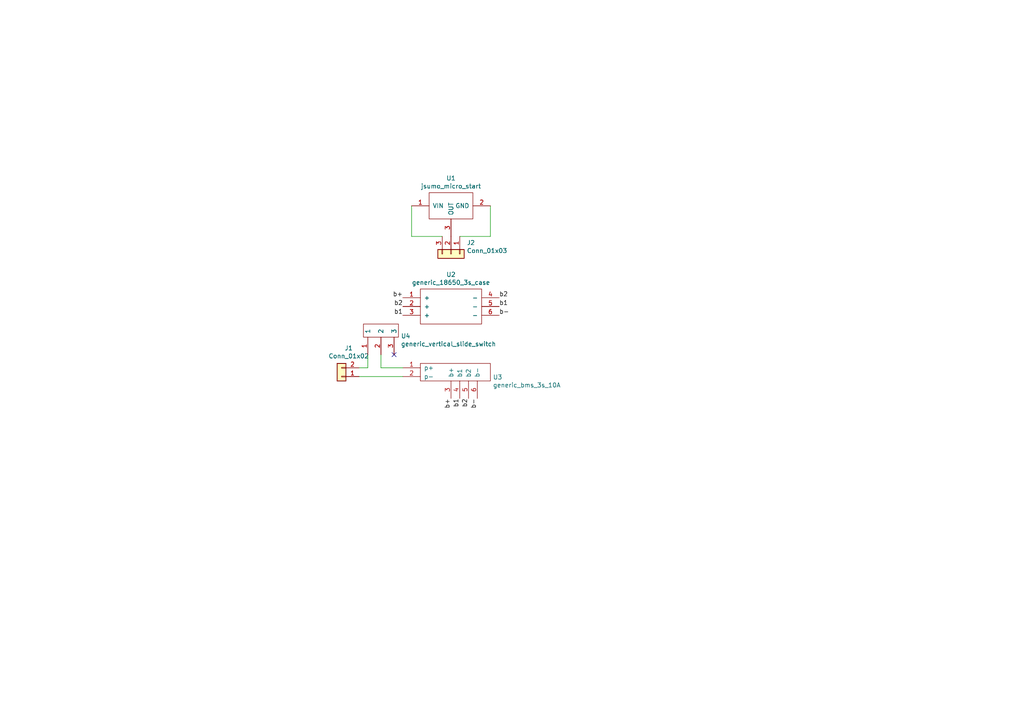
<source format=kicad_sch>
(kicad_sch (version 20211123) (generator eeschema)
  (paper "A4")
  (title_block (title "bigmax_hat") (date "2019-04-17") (rev "1") (company "mx") (comment 1 "first release"))
  (lib_symbols
    (symbol "jsumo:jsumo_micro_start" (pin_names (offset 1.016))
      (property "Reference" "U" (at 5.08 6.35 0))
      (property "Value" "jsumo_jsumo_micro_start" (at -5.08 6.35 0))
      (symbol "jsumo_micro_start_0_1"
        (rectangle (start -6.35 3.81) (end 6.35 -3.81))
      )
      (symbol "jsumo_micro_start_1_1"
        (pin power_in line (at -11.43 0 0) (length 5.08) (name "VIN") (number "1"))
        (pin passive line (at 11.43 0 180) (length 5.08) (name "GND") (number "2"))
        (pin output line (at 0 -8.89 90) (length 5.08) (name "OUT") (number "3"))
      )
    )
    (symbol "no_name:Conn_01x02" (pin_names (offset 1.016) hide)
      (property "Reference" "J" (at 0 2.54 0))
      (property "Value" "no_name_Conn_01x02" (at 0 -5.08 0))
      (symbol "Conn_01x02_1_1"
        (rectangle (start -1.27 -2.413) (end 0 -2.667) (stroke (width 0.1524)))
        (rectangle (start -1.27 0.127) (end 0 -0.127) (stroke (width 0.1524)))
        (rectangle (start -1.27 1.27) (end 1.27 -3.81) (stroke (width 0.254)) (fill (type background)))
        (pin power_out line (at -5.08 0 0) (length 3.81) (name "Pin_1") (number "1"))
        (pin power_out line (at -5.08 -2.54 0) (length 3.81) (name "Pin_2") (number "2"))
      )
    )
    (symbol "no_name:Conn_01x03_input" (pin_names (offset 1.016) hide)
      (property "Reference" "J" (at 0 5.08 0))
      (property "Value" "no_name_Conn_01x03_input" (at 0 -5.08 0))
      (symbol "Conn_01x03_input_1_1"
        (rectangle (start -1.27 -2.413) (end 0 -2.667) (stroke (width 0.1524)))
        (rectangle (start -1.27 0.127) (end 0 -0.127) (stroke (width 0.1524)))
        (rectangle (start -1.27 2.667) (end 0 2.413) (stroke (width 0.1524)))
        (rectangle (start -1.27 3.81) (end 1.27 -3.81) (stroke (width 0.254)) (fill (type background)))
        (pin power_out line (at -5.08 2.54 0) (length 3.81) (name "Pin_1") (number "1"))
        (pin input line (at -5.08 0 0) (length 3.81) (name "Pin_2") (number "2"))
        (pin power_out line (at -5.08 -2.54 0) (length 3.81) (name "Pin_3") (number "3"))
      )
    )
    (symbol "no_name:generic_18650_3s_case" (pin_names (offset 1.016))
      (property "Reference" "U" (at 0 -7.62 0))
      (property "Value" "no_name_generic_18650_3s_case" (at 0 7.62 0))
      (symbol "generic_18650_3s_case_0_1"
        (rectangle (start -8.89 5.08) (end 8.89 -5.08))
      )
      (symbol "generic_18650_3s_case_1_1"
        (pin passive line (at -13.97 2.54 0) (length 5.08) (name "+") (number "1"))
        (pin passive line (at -13.97 0 0) (length 5.08) (name "+") (number "2"))
        (pin passive line (at -13.97 -2.54 0) (length 5.08) (name "+") (number "3"))
        (pin passive line (at 13.97 2.54 180) (length 5.08) (name "-") (number "4"))
        (pin passive line (at 13.97 0 180) (length 5.08) (name "-") (number "5"))
        (pin passive line (at 13.97 -2.54 180) (length 5.08) (name "-") (number "6"))
      )
    )
    (symbol "no_name:generic_bms_3s_10A" (pin_names (offset 1.016))
      (property "Reference" "U" (at 11.43 0 0))
      (property "Value" "no_name_generic_bms_3s_10A" (at 0 5.08 0))
      (symbol "generic_bms_3s_10A_0_1"
        (rectangle (start -10.16 2.54) (end 10.16 -2.54))
      )
      (symbol "generic_bms_3s_10A_1_1"
        (pin power_in line (at -15.24 1.27 0) (length 5.08) (name "p+") (number "1"))
        (pin power_in line (at -15.24 -1.27 0) (length 5.08) (name "p-") (number "2"))
        (pin passive line (at -1.27 -7.62 90) (length 5.08) (name "b+") (number "3"))
        (pin passive line (at 1.27 -7.62 90) (length 5.08) (name "b1") (number "4"))
        (pin passive line (at 3.81 -7.62 90) (length 5.08) (name "b2") (number "5"))
        (pin passive line (at 6.35 -7.62 90) (length 5.08) (name "b-") (number "6"))
      )
    )
    (symbol "no_name:generic_vertical_slide_switch" (pin_names (offset 1.016))
      (property "Reference" "U" (at 7.62 -1.27 0))
      (property "Value" "no_name_generic_vertical_slide_switch" (at 0 3.81 0))
      (symbol "generic_vertical_slide_switch_0_1"
        (rectangle (start -5.08 1.27) (end 5.08 -2.54))
      )
      (symbol "generic_vertical_slide_switch_1_1"
        (pin power_in line (at -3.81 -7.62 90) (length 5.08) (name "1") (number "1"))
        (pin power_out line (at 0 -7.62 90) (length 5.08) (name "2") (number "2"))
        (pin input line (at 3.81 -7.62 90) (length 5.08) (name "3") (number "3"))
      )
    )
  )
  (no_connect (at 114.3 102.87))
  (wire (pts (xy 110.49 106.68) (xy 110.49 102.87)))
  (wire (pts (xy 142.24 59.69) (xy 142.24 68.58)))
  (wire (pts (xy 106.68 106.68) (xy 104.14 106.68)))
  (wire (pts (xy 119.38 68.58) (xy 128.27 68.58)))
  (wire (pts (xy 106.68 102.87) (xy 106.68 106.68)))
  (wire (pts (xy 119.38 59.69) (xy 119.38 68.58)))
  (wire (pts (xy 116.84 106.68) (xy 110.49 106.68)))
  (wire (pts (xy 142.24 68.58) (xy 133.35 68.58)))
  (wire (pts (xy 116.84 109.22) (xy 104.14 109.22)))
  (label "b+" (at 130.81 115.57 270))
  (label "b1" (at 144.78 88.9 0))
  (label "b1" (at 116.84 91.44 180))
  (label "b2" (at 135.89 115.57 270))
  (label "b+" (at 116.84 86.36 180))
  (label "b2" (at 144.78 86.36 0))
  (label "b-" (at 138.43 115.57 270))
  (label "b1" (at 133.35 115.57 270))
  (label "b2" (at 116.84 88.9 180))
  (label "b-" (at 144.78 91.44 0))
  (symbol (lib_id "no_name:generic_18650_3s_case") (at 130.81 88.9 0) (unit 1)
    (property "Reference" "U2" (at 130.81 79.629 0))
    (property "Value" "generic_18650_3s_case" (at 130.81 81.9404 0))
    (property "Footprint" "bigmax:CB-18650-PC6" (effects hide))
  )
  (symbol (lib_id "no_name:generic_bms_3s_10A") (at 132.08 107.95 0) (unit 1)
    (property "Reference" "U3" (at 142.9512 109.3978 0) (effects (justify left)))
    (property "Value" "generic_bms_3s_10A" (at 142.9512 111.7092 0) (effects (justify left)))
    (property "Footprint" "bigmax:generic_bms_3s_10A" (effects hide))
  )
  (symbol (lib_id "jsumo:jsumo_micro_start") (at 130.81 59.69 0) (unit 1)
    (property "Reference" "U1" (at 130.81 51.689 0))
    (property "Value" "jsumo_micro_start" (at 130.81 54.0004 0))
    (property "Footprint" "bigmax:jsumo_micro_start" (effects hide))
  )
  (symbol (lib_id "no_name:Conn_01x02") (at 99.06 109.22 180) (unit 1)
    (property "Reference" "J1" (at 101.1428 100.965 0))
    (property "Value" "Conn_01x02" (at 101.1428 103.2764 0))
    (property "Footprint" "Pin_Headers:Pin_Header_Angled_1x02_Pitch2.54mm" (effects hide))
  )
  (symbol (lib_id "no_name:Conn_01x03_input") (at 130.81 73.66 270) (unit 1)
    (property "Reference" "J2" (at 135.382 70.4088 90) (effects (justify left)))
    (property "Value" "Conn_01x03" (at 135.382 72.7202 90) (effects (justify left)))
    (property "Footprint" "Pin_Headers:Pin_Header_Angled_1x03_Pitch2.54mm" (effects hide))
  )
  (symbol (lib_id "no_name:generic_vertical_slide_switch") (at 110.49 95.25 0) (unit 1)
    (property "Reference" "U4" (at 116.2812 97.4598 0) (effects (justify left)))
    (property "Value" "generic_vertical_slide_switch" (at 116.2812 99.7712 0) (effects (justify left)))
    (property "Footprint" "Pin_Headers:Pin_Header_Straight_1x03_Pitch2.54mm" (effects hide))
  )
)
</source>
